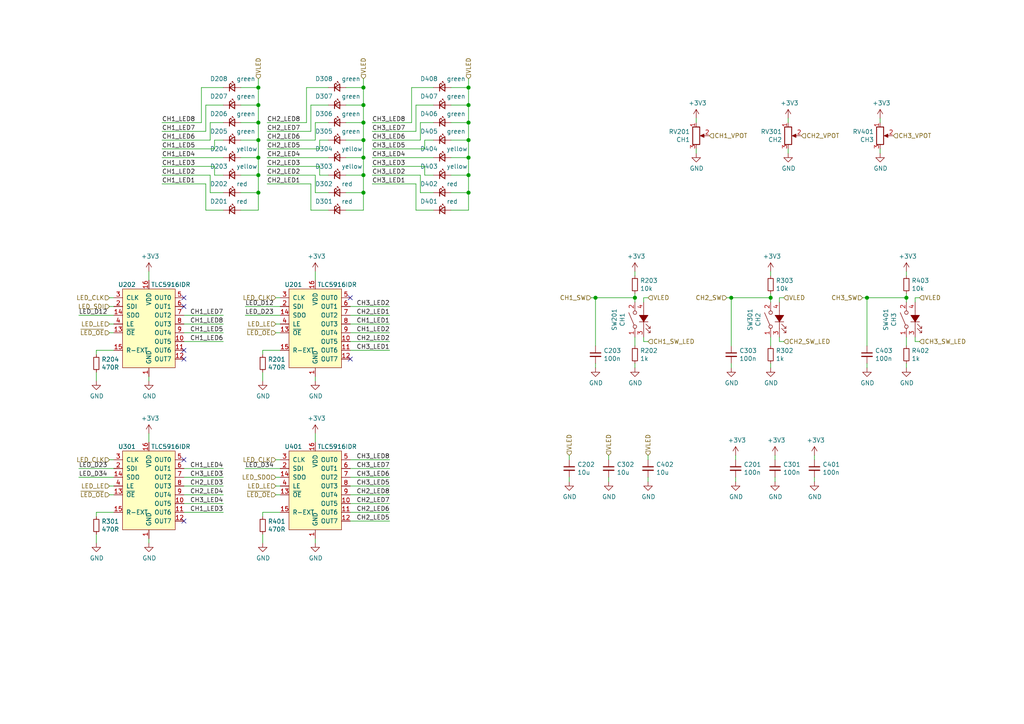
<source format=kicad_sch>
(kicad_sch (version 20211123) (generator eeschema)
  (paper "A4")
  (lib_symbols
    (symbol "Device:C_Small" (pin_numbers hide) (pin_names (offset 0.254) hide)
      (property "Reference" "C" (at 0.254 1.778 0))
      (property "Value" "C_Small" (at 0.254 -2.032 0))
      (symbol "C_Small_0_1"
        (polyline (pts (xy -1.524 -0.508) (xy 1.524 -0.508)) (stroke (width 0.3302)))
        (polyline (pts (xy -1.524 0.508) (xy 1.524 0.508)) (stroke (width 0.3048)))
      )
      (symbol "C_Small_1_1"
        (pin passive line (at 0 2.54 270) (length 2.032) (name "~") (number "1"))
        (pin passive line (at 0 -2.54 90) (length 2.032) (name "~") (number "2"))
      )
    )
    (symbol "Device:LED_Small" (pin_numbers hide) (pin_names (offset 0.254) hide)
      (property "Reference" "D" (at -1.27 3.175 0))
      (property "Value" "LED_Small" (at -4.445 -2.54 0))
      (symbol "LED_Small_0_1"
        (polyline (pts (xy -0.762 -1.016) (xy -0.762 1.016)) (stroke (width 0.254)))
        (polyline (pts (xy 1.016 0) (xy -0.762 0)))
        (polyline (pts (xy 0.762 -1.016) (xy -0.762 0) (xy 0.762 1.016) (xy 0.762 -1.016)) (stroke (width 0.254)))
        (polyline (pts (xy 0 0.762) (xy -0.508 1.27) (xy -0.254 1.27) (xy -0.508 1.27) (xy -0.508 1.016)))
        (polyline (pts (xy 0.508 1.27) (xy 0 1.778) (xy 0.254 1.778) (xy 0 1.778) (xy 0 1.524)))
      )
      (symbol "LED_Small_1_1"
        (pin passive line (at -2.54 0 0) (length 1.778) (name "K") (number "1"))
        (pin passive line (at 2.54 0 180) (length 1.778) (name "A") (number "2"))
      )
    )
    (symbol "Device:R_Potentiometer" (pin_names (offset 1.016) hide)
      (property "Reference" "RV" (at -4.445 0 90))
      (property "Value" "R_Potentiometer" (at -2.54 0 90))
      (symbol "R_Potentiometer_0_1"
        (polyline (pts (xy 2.54 0) (xy 1.524 0)))
        (polyline (pts (xy 1.143 0) (xy 2.286 0.508) (xy 2.286 -0.508) (xy 1.143 0)) (fill (type outline)))
        (rectangle (start 1.016 2.54) (end -1.016 -2.54) (stroke (width 0.254)))
      )
      (symbol "R_Potentiometer_1_1"
        (pin passive line (at 0 3.81 270) (length 1.27) (name "1") (number "1"))
        (pin passive line (at 3.81 0 180) (length 1.27) (name "2") (number "2"))
        (pin passive line (at 0 -3.81 90) (length 1.27) (name "3") (number "3"))
      )
    )
    (symbol "Device:R_Small" (pin_numbers hide) (pin_names (offset 0.254) hide)
      (property "Reference" "R" (at 0.762 0.508 0))
      (property "Value" "R_Small" (at 0.762 -1.016 0))
      (symbol "R_Small_0_1"
        (rectangle (start -0.762 1.778) (end 0.762 -1.778) (stroke (width 0.2032)))
      )
      (symbol "R_Small_1_1"
        (pin passive line (at 0 2.54 270) (length 0.762) (name "~") (number "1"))
        (pin passive line (at 0 -2.54 90) (length 0.762) (name "~") (number "2"))
      )
    )
    (symbol "Switch:SW_SPST_LED" (pin_names (offset 1.016) hide)
      (property "Reference" "SW" (at 0.635 5.715 0))
      (property "Value" "SW_SPST_LED" (at 0 -3.175 0))
      (symbol "SW_SPST_LED_0_0"
        (polyline (pts (xy -3.81 -1.905) (xy -2.54 -0.635)))
        (polyline (pts (xy -2.54 -1.905) (xy -1.27 -0.635)))
        (polyline (pts (xy -2.54 0) (xy 2.54 0)))
        (polyline (pts (xy -0.635 1.27) (xy -0.635 -1.27)))
        (polyline (pts (xy -3.81 -1.27) (xy -3.81 -1.905) (xy -3.175 -1.905)))
        (polyline (pts (xy -2.54 -1.27) (xy -2.54 -1.905) (xy -1.905 -1.905)))
        (polyline (pts (xy -0.635 0) (xy 1.27 1.27) (xy 1.27 -1.27) (xy -0.635 0)) (fill (type outline)))
      )
      (symbol "SW_SPST_LED_0_1"
        (circle (center -2.032 2.54) (radius 0.508))
        (polyline (pts (xy -1.524 2.794) (xy 2.032 4.318)))
        (circle (center 2.032 2.54) (radius 0.508))
        (pin passive line (at -5.08 2.54 0) (length 2.54) (name "1") (number "1"))
        (pin passive line (at 5.08 2.54 180) (length 2.54) (name "2") (number "2"))
        (pin passive line (at -5.08 0 0) (length 2.54) (name "K") (number "3"))
        (pin passive line (at 5.08 0 180) (length 2.54) (name "A") (number "4"))
      )
    )
    (symbol "power:+3.3V" (power) (pin_names (offset 0))
      (property "Value" "+3.3V" (at 0 3.556 0))
      (symbol "+3.3V_0_1"
        (polyline (pts (xy -0.762 1.27) (xy 0 2.54)))
        (polyline (pts (xy 0 0) (xy 0 2.54)))
        (polyline (pts (xy 0 2.54) (xy 0.762 1.27)))
      )
      (symbol "+3.3V_1_1"
        (pin power_in line (at 0 0 90) (length 0) hide (name "+3V3") (number "1"))
      )
    )
    (symbol "power:GND" (power) (pin_names (offset 0))
      (property "Value" "GND" (at 0 -3.81 0))
      (symbol "GND_0_1"
        (polyline (pts (xy 0 0) (xy 0 -1.27) (xy 1.27 -1.27) (xy 0 -2.54) (xy -1.27 -1.27) (xy 0 -1.27)))
      )
      (symbol "GND_1_1"
        (pin power_in line (at 0 0 270) (length 0) hide (name "GND") (number "1"))
      )
    )
    (symbol "twam-LED:TLC591x" (pin_names (offset 1.016))
      (property "Reference" "U" (at -12.7 127 0))
      (property "Value" "TLC591x" (at -12.7 128.27 0))
      (symbol "TLC591x_0_1"
        (rectangle (start 7.62 11.43) (end -7.62 -11.43) (fill (type background)))
      )
      (symbol "TLC591x_1_1"
        (pin power_in line (at 0 -13.97 90) (length 2.54) (name "GND") (number "1"))
        (pin power_out line (at 10.16 -3.81 180) (length 2.54) (name "OUT5") (number "10"))
        (pin power_out line (at 10.16 -6.35 180) (length 2.54) (name "OUT6") (number "11"))
        (pin power_out line (at 10.16 -8.89 180) (length 2.54) (name "OUT7") (number "12"))
        (pin input line (at -10.16 -1.27 0) (length 2.54) (name "~{OE}") (number "13"))
        (pin output line (at -10.16 3.81 0) (length 2.54) (name "SDO") (number "14"))
        (pin input line (at -10.16 -6.35 0) (length 2.54) (name "R-EXT") (number "15"))
        (pin power_in line (at 0 13.97 270) (length 2.54) (name "VDD") (number "16"))
        (pin input line (at -10.16 6.35 0) (length 2.54) (name "SDI") (number "2"))
        (pin input line (at -10.16 8.89 0) (length 2.54) (name "CLK") (number "3"))
        (pin input line (at -10.16 1.27 0) (length 2.54) (name "LE") (number "4"))
        (pin power_out line (at 10.16 8.89 180) (length 2.54) (name "OUT0") (number "5"))
        (pin power_out line (at 10.16 6.35 180) (length 2.54) (name "OUT1") (number "6"))
        (pin power_out line (at 10.16 3.81 180) (length 2.54) (name "OUT2") (number "7"))
        (pin power_out line (at 10.16 1.27 180) (length 2.54) (name "OUT3") (number "8"))
        (pin power_out line (at 10.16 -1.27 180) (length 2.54) (name "OUT4") (number "9"))
      )
    )
  )
  (junction (at 105.41 25.4) (diameter 1.016))
  (junction (at 105.41 35.56) (diameter 1.016))
  (junction (at 135.89 40.64) (diameter 1.016))
  (junction (at 135.89 50.8) (diameter 1.016))
  (junction (at 184.15 86.36) (diameter 1.016))
  (junction (at 74.93 55.88) (diameter 1.016))
  (junction (at 74.93 25.4) (diameter 1.016))
  (junction (at 74.93 40.64) (diameter 1.016))
  (junction (at 135.89 25.4) (diameter 1.016))
  (junction (at 251.46 86.36) (diameter 1.016))
  (junction (at 105.41 55.88) (diameter 1.016))
  (junction (at 172.72 86.36) (diameter 1.016))
  (junction (at 74.93 45.72) (diameter 1.016))
  (junction (at 135.89 45.72) (diameter 1.016))
  (junction (at 135.89 55.88) (diameter 1.016))
  (junction (at 105.41 40.64) (diameter 1.016))
  (junction (at 74.93 50.8) (diameter 1.016))
  (junction (at 74.93 35.56) (diameter 1.016))
  (junction (at 135.89 30.48) (diameter 1.016))
  (junction (at 212.09 86.36) (diameter 1.016))
  (junction (at 105.41 30.48) (diameter 1.016))
  (junction (at 135.89 35.56) (diameter 1.016))
  (junction (at 105.41 45.72) (diameter 1.016))
  (junction (at 223.52 86.36) (diameter 1.016))
  (junction (at 262.89 86.36) (diameter 1.016))
  (junction (at 74.93 30.48) (diameter 1.016))
  (junction (at 105.41 50.8) (diameter 1.016))
  (no_connect (at 53.34 133.35))
  (no_connect (at 53.34 86.36))
  (no_connect (at 101.6 104.14))
  (no_connect (at 101.6 86.36))
  (no_connect (at 53.34 88.9))
  (no_connect (at 53.34 104.14))
  (no_connect (at 53.34 151.13))
  (no_connect (at 53.34 101.6))
  (wire (pts (xy 201.93 34.29) (xy 201.93 35.56)))
  (wire (pts (xy 31.75 133.35) (xy 33.02 133.35)))
  (wire (pts (xy 213.36 132.08) (xy 213.36 133.35)))
  (wire (pts (xy 46.99 50.8) (xy 60.96 50.8)))
  (wire (pts (xy 90.17 30.48) (xy 90.17 38.1)))
  (wire (pts (xy 59.69 30.48) (xy 59.69 38.1)))
  (wire (pts (xy 105.41 50.8) (xy 105.41 45.72)))
  (wire (pts (xy 107.95 48.26) (xy 123.19 48.26)))
  (wire (pts (xy 135.89 50.8) (xy 135.89 45.72)))
  (wire (pts (xy 62.23 50.8) (xy 62.23 48.26)))
  (wire (pts (xy 100.33 50.8) (xy 105.41 50.8)))
  (wire (pts (xy 105.41 22.86) (xy 105.41 25.4)))
  (wire (pts (xy 31.75 96.52) (xy 33.02 96.52)))
  (wire (pts (xy 91.44 81.28) (xy 91.44 78.74)))
  (wire (pts (xy 125.73 40.64) (xy 123.19 40.64)))
  (wire (pts (xy 213.36 139.7) (xy 213.36 138.43)))
  (wire (pts (xy 46.99 40.64) (xy 60.96 40.64)))
  (wire (pts (xy 125.73 60.96) (xy 120.65 60.96)))
  (wire (pts (xy 105.41 60.96) (xy 105.41 55.88)))
  (wire (pts (xy 113.03 99.06) (xy 101.6 99.06)))
  (wire (pts (xy 135.89 40.64) (xy 135.89 35.56)))
  (wire (pts (xy 53.34 93.98) (xy 64.77 93.98)))
  (wire (pts (xy 64.77 35.56) (xy 60.96 35.56)))
  (wire (pts (xy 95.25 30.48) (xy 90.17 30.48)))
  (wire (pts (xy 76.2 148.59) (xy 81.28 148.59)))
  (wire (pts (xy 69.85 30.48) (xy 74.93 30.48)))
  (wire (pts (xy 92.71 50.8) (xy 92.71 48.26)))
  (wire (pts (xy 165.1 132.08) (xy 165.1 133.35)))
  (wire (pts (xy 22.86 91.44) (xy 33.02 91.44)))
  (wire (pts (xy 107.95 53.34) (xy 120.65 53.34)))
  (wire (pts (xy 64.77 143.51) (xy 53.34 143.51)))
  (wire (pts (xy 27.94 101.6) (xy 33.02 101.6)))
  (wire (pts (xy 71.12 91.44) (xy 81.28 91.44)))
  (wire (pts (xy 135.89 35.56) (xy 135.89 30.48)))
  (wire (pts (xy 255.27 43.18) (xy 255.27 44.45)))
  (wire (pts (xy 90.17 60.96) (xy 90.17 53.34)))
  (wire (pts (xy 184.15 78.74) (xy 184.15 80.01)))
  (wire (pts (xy 69.85 45.72) (xy 74.93 45.72)))
  (wire (pts (xy 130.81 30.48) (xy 135.89 30.48)))
  (wire (pts (xy 186.69 97.79) (xy 186.69 99.06)))
  (wire (pts (xy 74.93 50.8) (xy 74.93 45.72)))
  (wire (pts (xy 88.9 25.4) (xy 88.9 35.56)))
  (wire (pts (xy 100.33 55.88) (xy 105.41 55.88)))
  (wire (pts (xy 43.18 110.49) (xy 43.18 109.22)))
  (wire (pts (xy 223.52 106.68) (xy 223.52 105.41)))
  (wire (pts (xy 80.01 86.36) (xy 81.28 86.36)))
  (wire (pts (xy 224.79 139.7) (xy 224.79 138.43)))
  (wire (pts (xy 262.89 86.36) (xy 251.46 86.36)))
  (wire (pts (xy 135.89 30.48) (xy 135.89 25.4)))
  (wire (pts (xy 187.96 139.7) (xy 187.96 138.43)))
  (wire (pts (xy 125.73 30.48) (xy 120.65 30.48)))
  (wire (pts (xy 80.01 133.35) (xy 81.28 133.35)))
  (wire (pts (xy 262.89 86.36) (xy 262.89 87.63)))
  (wire (pts (xy 113.03 148.59) (xy 101.6 148.59)))
  (wire (pts (xy 43.18 128.27) (xy 43.18 125.73)))
  (wire (pts (xy 135.89 45.72) (xy 135.89 40.64)))
  (wire (pts (xy 262.89 78.74) (xy 262.89 80.01)))
  (wire (pts (xy 59.69 60.96) (xy 59.69 53.34)))
  (wire (pts (xy 113.03 135.89) (xy 101.6 135.89)))
  (wire (pts (xy 64.77 138.43) (xy 53.34 138.43)))
  (wire (pts (xy 22.86 135.89) (xy 33.02 135.89)))
  (wire (pts (xy 135.89 60.96) (xy 135.89 55.88)))
  (wire (pts (xy 46.99 38.1) (xy 59.69 38.1)))
  (wire (pts (xy 120.65 30.48) (xy 120.65 38.1)))
  (wire (pts (xy 226.06 86.36) (xy 227.33 86.36)))
  (wire (pts (xy 64.77 40.64) (xy 62.23 40.64)))
  (wire (pts (xy 121.92 35.56) (xy 121.92 40.64)))
  (wire (pts (xy 105.41 30.48) (xy 105.41 25.4)))
  (wire (pts (xy 262.89 106.68) (xy 262.89 105.41)))
  (wire (pts (xy 62.23 40.64) (xy 62.23 43.18)))
  (wire (pts (xy 113.03 138.43) (xy 101.6 138.43)))
  (wire (pts (xy 80.01 138.43) (xy 81.28 138.43)))
  (wire (pts (xy 130.81 50.8) (xy 135.89 50.8)))
  (wire (pts (xy 69.85 60.96) (xy 74.93 60.96)))
  (wire (pts (xy 186.69 99.06) (xy 187.96 99.06)))
  (wire (pts (xy 91.44 110.49) (xy 91.44 109.22)))
  (wire (pts (xy 130.81 40.64) (xy 135.89 40.64)))
  (wire (pts (xy 262.89 85.09) (xy 262.89 86.36)))
  (wire (pts (xy 22.86 138.43) (xy 33.02 138.43)))
  (wire (pts (xy 223.52 85.09) (xy 223.52 86.36)))
  (wire (pts (xy 77.47 50.8) (xy 91.44 50.8)))
  (wire (pts (xy 176.53 139.7) (xy 176.53 138.43)))
  (wire (pts (xy 74.93 45.72) (xy 74.93 40.64)))
  (wire (pts (xy 125.73 35.56) (xy 121.92 35.56)))
  (wire (pts (xy 107.95 35.56) (xy 119.38 35.56)))
  (wire (pts (xy 76.2 149.86) (xy 76.2 148.59)))
  (wire (pts (xy 80.01 93.98) (xy 81.28 93.98)))
  (wire (pts (xy 113.03 93.98) (xy 101.6 93.98)))
  (wire (pts (xy 91.44 157.48) (xy 91.44 156.21)))
  (wire (pts (xy 71.12 88.9) (xy 81.28 88.9)))
  (wire (pts (xy 236.22 132.08) (xy 236.22 133.35)))
  (wire (pts (xy 64.77 140.97) (xy 53.34 140.97)))
  (wire (pts (xy 69.85 35.56) (xy 74.93 35.56)))
  (wire (pts (xy 125.73 25.4) (xy 119.38 25.4)))
  (wire (pts (xy 77.47 40.64) (xy 91.44 40.64)))
  (wire (pts (xy 95.25 50.8) (xy 92.71 50.8)))
  (wire (pts (xy 184.15 100.33) (xy 184.15 97.79)))
  (wire (pts (xy 130.81 35.56) (xy 135.89 35.56)))
  (wire (pts (xy 262.89 100.33) (xy 262.89 97.79)))
  (wire (pts (xy 105.41 35.56) (xy 105.41 30.48)))
  (wire (pts (xy 125.73 50.8) (xy 123.19 50.8)))
  (wire (pts (xy 201.93 43.18) (xy 201.93 44.45)))
  (wire (pts (xy 95.25 25.4) (xy 88.9 25.4)))
  (wire (pts (xy 46.99 35.56) (xy 58.42 35.56)))
  (wire (pts (xy 58.42 25.4) (xy 58.42 35.56)))
  (wire (pts (xy 172.72 100.33) (xy 172.72 86.36)))
  (wire (pts (xy 95.25 35.56) (xy 91.44 35.56)))
  (wire (pts (xy 105.41 40.64) (xy 105.41 35.56)))
  (wire (pts (xy 95.25 60.96) (xy 90.17 60.96)))
  (wire (pts (xy 43.18 157.48) (xy 43.18 156.21)))
  (wire (pts (xy 135.89 55.88) (xy 135.89 50.8)))
  (wire (pts (xy 92.71 40.64) (xy 92.71 43.18)))
  (wire (pts (xy 31.75 140.97) (xy 33.02 140.97)))
  (wire (pts (xy 107.95 40.64) (xy 121.92 40.64)))
  (wire (pts (xy 100.33 60.96) (xy 105.41 60.96)))
  (wire (pts (xy 223.52 86.36) (xy 212.09 86.36)))
  (wire (pts (xy 130.81 55.88) (xy 135.89 55.88)))
  (wire (pts (xy 60.96 35.56) (xy 60.96 40.64)))
  (wire (pts (xy 226.06 97.79) (xy 226.06 99.06)))
  (wire (pts (xy 100.33 35.56) (xy 105.41 35.56)))
  (wire (pts (xy 77.47 45.72) (xy 95.25 45.72)))
  (wire (pts (xy 187.96 132.08) (xy 187.96 133.35)))
  (wire (pts (xy 76.2 102.87) (xy 76.2 101.6)))
  (wire (pts (xy 95.25 40.64) (xy 92.71 40.64)))
  (wire (pts (xy 100.33 30.48) (xy 105.41 30.48)))
  (wire (pts (xy 135.89 25.4) (xy 130.81 25.4)))
  (wire (pts (xy 212.09 105.41) (xy 212.09 106.68)))
  (wire (pts (xy 107.95 45.72) (xy 125.73 45.72)))
  (wire (pts (xy 265.43 86.36) (xy 266.7 86.36)))
  (wire (pts (xy 27.94 148.59) (xy 33.02 148.59)))
  (wire (pts (xy 77.47 48.26) (xy 92.71 48.26)))
  (wire (pts (xy 255.27 34.29) (xy 255.27 35.56)))
  (wire (pts (xy 265.43 99.06) (xy 266.7 99.06)))
  (wire (pts (xy 105.41 25.4) (xy 100.33 25.4)))
  (wire (pts (xy 80.01 143.51) (xy 81.28 143.51)))
  (wire (pts (xy 226.06 99.06) (xy 227.33 99.06)))
  (wire (pts (xy 64.77 50.8) (xy 62.23 50.8)))
  (wire (pts (xy 27.94 154.94) (xy 27.94 157.48)))
  (wire (pts (xy 46.99 48.26) (xy 62.23 48.26)))
  (wire (pts (xy 113.03 88.9) (xy 101.6 88.9)))
  (wire (pts (xy 224.79 132.08) (xy 224.79 133.35)))
  (wire (pts (xy 64.77 135.89) (xy 53.34 135.89)))
  (wire (pts (xy 31.75 86.36) (xy 33.02 86.36)))
  (wire (pts (xy 64.77 99.06) (xy 53.34 99.06)))
  (wire (pts (xy 186.69 86.36) (xy 187.96 86.36)))
  (wire (pts (xy 74.93 25.4) (xy 69.85 25.4)))
  (wire (pts (xy 113.03 101.6) (xy 101.6 101.6)))
  (wire (pts (xy 31.75 143.51) (xy 33.02 143.51)))
  (wire (pts (xy 265.43 97.79) (xy 265.43 99.06)))
  (wire (pts (xy 100.33 40.64) (xy 105.41 40.64)))
  (wire (pts (xy 80.01 96.52) (xy 81.28 96.52)))
  (wire (pts (xy 135.89 22.86) (xy 135.89 25.4)))
  (wire (pts (xy 74.93 40.64) (xy 74.93 35.56)))
  (wire (pts (xy 46.99 45.72) (xy 64.77 45.72)))
  (wire (pts (xy 64.77 146.05) (xy 53.34 146.05)))
  (wire (pts (xy 184.15 86.36) (xy 172.72 86.36)))
  (wire (pts (xy 125.73 55.88) (xy 121.92 55.88)))
  (wire (pts (xy 69.85 55.88) (xy 74.93 55.88)))
  (wire (pts (xy 120.65 60.96) (xy 120.65 53.34)))
  (wire (pts (xy 91.44 35.56) (xy 91.44 40.64)))
  (wire (pts (xy 27.94 107.95) (xy 27.94 110.49)))
  (wire (pts (xy 223.52 100.33) (xy 223.52 97.79)))
  (wire (pts (xy 107.95 43.18) (xy 123.19 43.18)))
  (wire (pts (xy 77.47 35.56) (xy 88.9 35.56)))
  (wire (pts (xy 74.93 35.56) (xy 74.93 30.48)))
  (wire (pts (xy 212.09 100.33) (xy 212.09 86.36)))
  (wire (pts (xy 251.46 105.41) (xy 251.46 106.68)))
  (wire (pts (xy 113.03 133.35) (xy 101.6 133.35)))
  (wire (pts (xy 76.2 154.94) (xy 76.2 157.48)))
  (wire (pts (xy 105.41 45.72) (xy 105.41 40.64)))
  (wire (pts (xy 172.72 105.41) (xy 172.72 106.68)))
  (wire (pts (xy 251.46 100.33) (xy 251.46 86.36)))
  (wire (pts (xy 119.38 25.4) (xy 119.38 35.56)))
  (wire (pts (xy 113.03 151.13) (xy 101.6 151.13)))
  (wire (pts (xy 100.33 45.72) (xy 105.41 45.72)))
  (wire (pts (xy 74.93 30.48) (xy 74.93 25.4)))
  (wire (pts (xy 184.15 86.36) (xy 184.15 87.63)))
  (wire (pts (xy 226.06 87.63) (xy 226.06 86.36)))
  (wire (pts (xy 113.03 96.52) (xy 101.6 96.52)))
  (wire (pts (xy 74.93 60.96) (xy 74.93 55.88)))
  (wire (pts (xy 113.03 143.51) (xy 101.6 143.51)))
  (wire (pts (xy 76.2 107.95) (xy 76.2 110.49)))
  (wire (pts (xy 80.01 140.97) (xy 81.28 140.97)))
  (wire (pts (xy 77.47 43.18) (xy 92.71 43.18)))
  (wire (pts (xy 123.19 40.64) (xy 123.19 43.18)))
  (wire (pts (xy 265.43 87.63) (xy 265.43 86.36)))
  (wire (pts (xy 91.44 128.27) (xy 91.44 125.73)))
  (wire (pts (xy 184.15 106.68) (xy 184.15 105.41)))
  (wire (pts (xy 74.93 55.88) (xy 74.93 50.8)))
  (wire (pts (xy 176.53 132.08) (xy 176.53 133.35)))
  (wire (pts (xy 223.52 78.74) (xy 223.52 80.01)))
  (wire (pts (xy 69.85 40.64) (xy 74.93 40.64)))
  (wire (pts (xy 212.09 86.36) (xy 210.82 86.36)))
  (wire (pts (xy 46.99 53.34) (xy 59.69 53.34)))
  (wire (pts (xy 251.46 86.36) (xy 250.19 86.36)))
  (wire (pts (xy 228.6 34.29) (xy 228.6 35.56)))
  (wire (pts (xy 95.25 55.88) (xy 91.44 55.88)))
  (wire (pts (xy 113.03 146.05) (xy 101.6 146.05)))
  (wire (pts (xy 123.19 50.8) (xy 123.19 48.26)))
  (wire (pts (xy 107.95 38.1) (xy 120.65 38.1)))
  (wire (pts (xy 77.47 53.34) (xy 90.17 53.34)))
  (wire (pts (xy 107.95 50.8) (xy 121.92 50.8)))
  (wire (pts (xy 165.1 139.7) (xy 165.1 138.43)))
  (wire (pts (xy 172.72 86.36) (xy 171.45 86.36)))
  (wire (pts (xy 121.92 55.88) (xy 121.92 50.8)))
  (wire (pts (xy 77.47 38.1) (xy 90.17 38.1)))
  (wire (pts (xy 113.03 91.44) (xy 101.6 91.44)))
  (wire (pts (xy 76.2 101.6) (xy 81.28 101.6)))
  (wire (pts (xy 64.77 55.88) (xy 60.96 55.88)))
  (wire (pts (xy 64.77 30.48) (xy 59.69 30.48)))
  (wire (pts (xy 46.99 43.18) (xy 62.23 43.18)))
  (wire (pts (xy 236.22 139.7) (xy 236.22 138.43)))
  (wire (pts (xy 223.52 86.36) (xy 223.52 87.63)))
  (wire (pts (xy 113.03 140.97) (xy 101.6 140.97)))
  (wire (pts (xy 31.75 88.9) (xy 33.02 88.9)))
  (wire (pts (xy 69.85 50.8) (xy 74.93 50.8)))
  (wire (pts (xy 71.12 135.89) (xy 81.28 135.89)))
  (wire (pts (xy 64.77 148.59) (xy 53.34 148.59)))
  (wire (pts (xy 60.96 55.88) (xy 60.96 50.8)))
  (wire (pts (xy 184.15 85.09) (xy 184.15 86.36)))
  (wire (pts (xy 27.94 102.87) (xy 27.94 101.6)))
  (wire (pts (xy 74.93 22.86) (xy 74.93 25.4)))
  (wire (pts (xy 27.94 149.86) (xy 27.94 148.59)))
  (wire (pts (xy 91.44 55.88) (xy 91.44 50.8)))
  (wire (pts (xy 64.77 91.44) (xy 53.34 91.44)))
  (wire (pts (xy 228.6 43.18) (xy 228.6 44.45)))
  (wire (pts (xy 130.81 45.72) (xy 135.89 45.72)))
  (wire (pts (xy 64.77 60.96) (xy 59.69 60.96)))
  (wire (pts (xy 64.77 25.4) (xy 58.42 25.4)))
  (wire (pts (xy 186.69 87.63) (xy 186.69 86.36)))
  (wire (pts (xy 130.81 60.96) (xy 135.89 60.96)))
  (wire (pts (xy 31.75 93.98) (xy 33.02 93.98)))
  (wire (pts (xy 64.77 96.52) (xy 53.34 96.52)))
  (wire (pts (xy 43.18 81.28) (xy 43.18 78.74)))
  (wire (pts (xy 105.41 55.88) (xy 105.41 50.8)))
  (label "CH1_LED4" (at 64.77 135.89 180))
  (label "CH3_LED6" (at 113.03 138.43 180))
  (label "CH2_LED5" (at 77.47 43.18 0))
  (label "CH2_LED5" (at 113.03 151.13 180))
  (label "CH2_LED1" (at 113.03 91.44 180))
  (label "CH1_LED2" (at 113.03 96.52 180))
  (label "CH3_LED8" (at 107.95 35.56 0))
  (label "CH2_LED4" (at 77.47 45.72 0))
  (label "LED_D23" (at 71.12 91.44 0))
  (label "CH1_LED8" (at 64.77 93.98 180))
  (label "CH3_LED2" (at 113.03 88.9 180))
  (label "CH3_LED8" (at 113.03 133.35 180))
  (label "CH1_LED3" (at 46.99 48.26 0))
  (label "LED_D12" (at 22.86 91.44 0))
  (label "CH2_LED7" (at 77.47 38.1 0))
  (label "CH1_LED6" (at 46.99 40.64 0))
  (label "CH3_LED2" (at 107.95 50.8 0))
  (label "CH2_LED6" (at 77.47 40.64 0))
  (label "CH1_LED1" (at 46.99 53.34 0))
  (label "CH1_LED7" (at 46.99 38.1 0))
  (label "CH1_LED2" (at 46.99 50.8 0))
  (label "CH2_LED8" (at 113.03 143.51 180))
  (label "CH3_LED5" (at 107.95 43.18 0))
  (label "CH1_LED4" (at 46.99 45.72 0))
  (label "CH2_LED1" (at 77.47 53.34 0))
  (label "CH2_LED4" (at 64.77 143.51 180))
  (label "CH1_LED5" (at 64.77 96.52 180))
  (label "CH3_LED7" (at 113.03 135.89 180))
  (label "CH3_LED6" (at 107.95 40.64 0))
  (label "LED_D34" (at 71.12 135.89 0))
  (label "CH2_LED2" (at 113.03 99.06 180))
  (label "CH1_LED3" (at 64.77 148.59 180))
  (label "CH1_LED6" (at 64.77 99.06 180))
  (label "CH2_LED2" (at 77.47 50.8 0))
  (label "CH2_LED6" (at 113.03 148.59 180))
  (label "CH3_LED3" (at 107.95 48.26 0))
  (label "CH3_LED1" (at 113.03 101.6 180))
  (label "CH2_LED3" (at 64.77 140.97 180))
  (label "CH3_LED4" (at 64.77 146.05 180))
  (label "CH3_LED3" (at 64.77 138.43 180))
  (label "CH2_LED8" (at 77.47 35.56 0))
  (label "CH3_LED7" (at 107.95 38.1 0))
  (label "CH1_LED1" (at 113.03 93.98 180))
  (label "CH3_LED1" (at 107.95 53.34 0))
  (label "CH1_LED7" (at 64.77 91.44 180))
  (label "LED_D12" (at 71.12 88.9 0))
  (label "LED_D34" (at 22.86 138.43 0))
  (label "CH1_LED5" (at 46.99 43.18 0))
  (label "LED_D23" (at 22.86 135.89 0))
  (label "CH3_LED4" (at 107.95 45.72 0))
  (label "CH3_LED5" (at 113.03 140.97 180))
  (label "CH2_LED3" (at 77.47 48.26 0))
  (label "CH1_LED8" (at 46.99 35.56 0))
  (label "CH2_LED7" (at 113.03 146.05 180))
  (hierarchical_label "LED_SDO" (shape input) (at 80.01 138.43 180))
  (hierarchical_label "CH2_VPOT" (shape input) (at 232.41 39.37 0))
  (hierarchical_label "CH3_SW_LED" (shape input) (at 266.7 99.06 0))
  (hierarchical_label "LED_LE" (shape input) (at 80.01 93.98 180))
  (hierarchical_label "VLED" (shape input) (at 187.96 132.08 90))
  (hierarchical_label "VLED" (shape input) (at 266.7 86.36 0))
  (hierarchical_label "CH3_VPOT" (shape input) (at 259.08 39.37 0))
  (hierarchical_label "LED_CLK" (shape input) (at 31.75 133.35 180))
  (hierarchical_label "~{LED_OE}" (shape input) (at 31.75 143.51 180))
  (hierarchical_label "~{LED_OE}" (shape input) (at 31.75 96.52 180))
  (hierarchical_label "LED_LE" (shape input) (at 31.75 140.97 180))
  (hierarchical_label "VLED" (shape input) (at 165.1 132.08 90))
  (hierarchical_label "VLED" (shape input) (at 74.93 22.86 90))
  (hierarchical_label "~{LED_OE}" (shape input) (at 80.01 143.51 180))
  (hierarchical_label "VLED" (shape input) (at 105.41 22.86 90))
  (hierarchical_label "CH3_SW" (shape input) (at 250.19 86.36 180))
  (hierarchical_label "CH2_SW_LED" (shape input) (at 227.33 99.06 0))
  (hierarchical_label "~{LED_OE}" (shape input) (at 80.01 96.52 180))
  (hierarchical_label "LED_CLK" (shape input) (at 80.01 86.36 180))
  (hierarchical_label "LED_LE" (shape input) (at 80.01 140.97 180))
  (hierarchical_label "CH2_SW" (shape input) (at 210.82 86.36 180))
  (hierarchical_label "LED_CLK" (shape input) (at 80.01 133.35 180))
  (hierarchical_label "VLED" (shape input) (at 176.53 132.08 90))
  (hierarchical_label "LED_SDI" (shape input) (at 31.75 88.9 180))
  (hierarchical_label "VLED" (shape input) (at 135.89 22.86 90))
  (hierarchical_label "VLED" (shape input) (at 227.33 86.36 0))
  (hierarchical_label "VLED" (shape input) (at 187.96 86.36 0))
  (hierarchical_label "CH1_VPOT" (shape input) (at 205.74 39.37 0))
  (hierarchical_label "LED_CLK" (shape input) (at 31.75 86.36 180))
  (hierarchical_label "CH1_SW" (shape input) (at 171.45 86.36 180))
  (hierarchical_label "LED_LE" (shape input) (at 31.75 93.98 180))
  (hierarchical_label "CH1_SW_LED" (shape input) (at 187.96 99.06 0))
  (symbol (lib_id "Device:LED_Small") (at 128.27 45.72 0) (unit 1)
    (property "Reference" "D404" (at 127 43.18 0) (effects (justify right)))
    (property "Value" "yellow" (at 129.54 43.18 0) (effects (justify left)))
    (property "Footprint" "LED_SMD:LED_0805_2012Metric" (effects hide))
    (property "LCSC" "C2296" (effects hide))
  )
  (symbol (lib_id "Device:LED_Small") (at 128.27 25.4 0) (unit 1)
    (property "Reference" "D408" (at 127 22.86 0) (effects (justify right)))
    (property "Value" "green" (at 129.54 22.86 0) (effects (justify left)))
    (property "Footprint" "LED_SMD:LED_0805_2012Metric" (effects hide))
    (property "LCSC" "C2297" (effects hide))
  )
  (symbol (lib_id "Device:LED_Small") (at 128.27 30.48 0) (unit 1)
    (property "Reference" "D407" (at 127 27.94 0) (effects (justify right)))
    (property "Value" "green" (at 129.54 27.94 0) (effects (justify left)))
    (property "Footprint" "LED_SMD:LED_0805_2012Metric" (effects hide))
    (property "LCSC" "C2297" (effects hide))
  )
  (symbol (lib_id "Device:LED_Small") (at 128.27 35.56 0) (unit 1)
    (property "Reference" "D406" (at 127 33.02 0) (effects (justify right)))
    (property "Value" "green" (at 129.54 33.02 0) (effects (justify left)))
    (property "Footprint" "LED_SMD:LED_0805_2012Metric" (effects hide))
    (property "LCSC" "C2297" (effects hide))
  )
  (symbol (lib_id "Device:R_Potentiometer") (at 255.27 39.37 0) (unit 1)
    (property "Reference" "RV401" (at 253.492 38.2016 0) (effects (justify right)))
    (property "Value" "CH3" (at 253.492 40.513 0) (effects (justify right)))
    (property "Footprint" "twam-Misc:RK09D1130-F25" (effects hide))
  )
  (symbol (lib_id "power:+3.3V") (at 91.44 125.73 0) (unit 1)
    (property "Reference" "#PWR0115" (effects hide))
    (property "Value" "+3.3V" (at 91.821 121.3358 0))
  )
  (symbol (lib_id "power:+3.3V") (at 255.27 34.29 0) (unit 1)
    (property "Reference" "#PWR0174" (effects hide))
    (property "Value" "+3.3V" (at 255.651 29.8958 0))
  )
  (symbol (lib_id "power:GND") (at 255.27 44.45 0) (unit 1)
    (property "Reference" "#PWR0175" (effects hide))
    (property "Value" "GND" (at 255.397 48.8442 0))
  )
  (symbol (lib_id "power:GND") (at 76.2 157.48 0) (unit 1)
    (property "Reference" "#PWR0180" (effects hide))
    (property "Value" "GND" (at 76.327 161.8742 0))
  )
  (symbol (lib_id "Device:R_Small") (at 76.2 152.4 0) (unit 1)
    (property "Reference" "R401" (at 77.6986 151.2316 0) (effects (justify left)))
    (property "Value" "470R" (at 77.6986 153.543 0) (effects (justify left)))
    (property "Footprint" "Resistor_SMD:R_0603_1608Metric" (effects hide))
    (property "LCSC" "C23179" (effects hide))
  )
  (symbol (lib_id "Device:LED_Small") (at 128.27 40.64 0) (unit 1)
    (property "Reference" "D405" (at 127 38.1 0) (effects (justify right)))
    (property "Value" "green" (at 129.54 38.1 0) (effects (justify left)))
    (property "Footprint" "LED_SMD:LED_0805_2012Metric" (effects hide))
    (property "LCSC" "C2297" (effects hide))
  )
  (symbol (lib_id "Device:LED_Small") (at 128.27 50.8 0) (unit 1)
    (property "Reference" "D403" (at 127 48.26 0) (effects (justify right)))
    (property "Value" "yellow" (at 129.54 48.26 0) (effects (justify left)))
    (property "Footprint" "LED_SMD:LED_0805_2012Metric" (effects hide))
    (property "LCSC" "C2296" (effects hide))
  )
  (symbol (lib_id "power:GND") (at 91.44 157.48 0) (unit 1)
    (property "Reference" "#PWR0183" (effects hide))
    (property "Value" "GND" (at 91.567 161.8742 0))
  )
  (symbol (lib_id "Device:LED_Small") (at 128.27 55.88 0) (unit 1)
    (property "Reference" "D402" (at 127 53.34 0) (effects (justify right)))
    (property "Value" "red" (at 129.54 53.34 0) (effects (justify left)))
    (property "Footprint" "LED_SMD:LED_0805_2012Metric" (effects hide))
    (property "LCSC" "C84256" (effects hide))
  )
  (symbol (lib_id "twam-LED:TLC591x") (at 91.44 142.24 0) (unit 1)
    (property "Reference" "U401" (at 85.09 129.54 0))
    (property "Value" "TLC5916IDR" (at 97.79 129.54 0))
    (property "Footprint" "Package_SO:SOIC-16_3.9x9.9mm_P1.27mm" (effects hide))
    (property "LCSC" "C90107" (effects hide))
  )
  (symbol (lib_id "Device:LED_Small") (at 128.27 60.96 0) (unit 1)
    (property "Reference" "D401" (at 127 58.42 0) (effects (justify right)))
    (property "Value" "red" (at 129.54 58.42 0) (effects (justify left)))
    (property "Footprint" "LED_SMD:LED_0805_2012Metric" (effects hide))
    (property "LCSC" "C84256" (effects hide))
  )
  (symbol (lib_id "Device:LED_Small") (at 97.79 45.72 0) (unit 1)
    (property "Reference" "D304" (at 96.52 43.18 0) (effects (justify right)))
    (property "Value" "yellow" (at 99.06 43.18 0) (effects (justify left)))
    (property "Footprint" "LED_SMD:LED_0805_2012Metric" (effects hide))
    (property "LCSC" "C2296" (effects hide))
  )
  (symbol (lib_id "Device:LED_Small") (at 97.79 25.4 0) (unit 1)
    (property "Reference" "D308" (at 96.52 22.86 0) (effects (justify right)))
    (property "Value" "green" (at 99.06 22.86 0) (effects (justify left)))
    (property "Footprint" "LED_SMD:LED_0805_2012Metric" (effects hide))
    (property "LCSC" "C2297" (effects hide))
  )
  (symbol (lib_id "Device:LED_Small") (at 97.79 30.48 0) (unit 1)
    (property "Reference" "D307" (at 96.52 27.94 0) (effects (justify right)))
    (property "Value" "green" (at 99.06 27.94 0) (effects (justify left)))
    (property "Footprint" "LED_SMD:LED_0805_2012Metric" (effects hide))
    (property "LCSC" "C2297" (effects hide))
  )
  (symbol (lib_id "Device:LED_Small") (at 97.79 35.56 0) (unit 1)
    (property "Reference" "D306" (at 96.52 33.02 0) (effects (justify right)))
    (property "Value" "green" (at 99.06 33.02 0) (effects (justify left)))
    (property "Footprint" "LED_SMD:LED_0805_2012Metric" (effects hide))
    (property "LCSC" "C2297" (effects hide))
  )
  (symbol (lib_id "Device:R_Potentiometer") (at 228.6 39.37 0) (unit 1)
    (property "Reference" "RV301" (at 226.822 38.2016 0) (effects (justify right)))
    (property "Value" "CH2" (at 226.822 40.513 0) (effects (justify right)))
    (property "Footprint" "twam-Misc:RK09D1130-F25" (effects hide))
  )
  (symbol (lib_id "power:+3.3V") (at 43.18 125.73 0) (unit 1)
    (property "Reference" "#PWR0185" (effects hide))
    (property "Value" "+3.3V" (at 43.561 121.3358 0))
  )
  (symbol (lib_id "power:+3.3V") (at 213.36 132.08 0) (unit 1)
    (property "Reference" "#PWR0186" (effects hide))
    (property "Value" "+3.3V" (at 213.741 127.6858 0))
  )
  (symbol (lib_id "power:+3.3V") (at 228.6 34.29 0) (unit 1)
    (property "Reference" "#PWR0189" (effects hide))
    (property "Value" "+3.3V" (at 228.981 29.8958 0))
  )
  (symbol (lib_id "Device:C_Small") (at 165.1 135.89 0) (unit 1)
    (property "Reference" "C202" (at 167.4368 134.7216 0) (effects (justify left)))
    (property "Value" "10u" (at 167.4368 137.033 0) (effects (justify left)))
    (property "Footprint" "Capacitor_SMD:C_0805_2012Metric" (effects hide))
    (property "LCSC" "C15850" (effects hide))
  )
  (symbol (lib_id "Device:C_Small") (at 213.36 135.89 0) (unit 1)
    (property "Reference" "C201" (at 215.6968 134.7216 0) (effects (justify left)))
    (property "Value" "100n" (at 215.6968 137.033 0) (effects (justify left)))
    (property "Footprint" "Capacitor_SMD:C_0603_1608Metric" (effects hide))
    (property "LCSC" "C14663" (effects hide))
  )
  (symbol (lib_id "power:GND") (at 165.1 139.7 0) (unit 1)
    (property "Reference" "#PWR0190" (effects hide))
    (property "Value" "GND" (at 165.227 144.0942 0))
  )
  (symbol (lib_id "power:GND") (at 213.36 139.7 0) (unit 1)
    (property "Reference" "#PWR0191" (effects hide))
    (property "Value" "GND" (at 213.487 144.0942 0))
  )
  (symbol (lib_id "power:GND") (at 228.6 44.45 0) (unit 1)
    (property "Reference" "#PWR0192" (effects hide))
    (property "Value" "GND" (at 228.727 48.8442 0))
  )
  (symbol (lib_id "power:GND") (at 27.94 157.48 0) (unit 1)
    (property "Reference" "#PWR0193" (effects hide))
    (property "Value" "GND" (at 28.067 161.8742 0))
  )
  (symbol (lib_id "Device:R_Small") (at 27.94 152.4 0) (unit 1)
    (property "Reference" "R301" (at 29.4386 151.2316 0) (effects (justify left)))
    (property "Value" "470R" (at 29.4386 153.543 0) (effects (justify left)))
    (property "Footprint" "Resistor_SMD:R_0603_1608Metric" (effects hide))
    (property "LCSC" "C23179" (effects hide))
  )
  (symbol (lib_id "Device:LED_Small") (at 97.79 40.64 0) (unit 1)
    (property "Reference" "D305" (at 96.52 38.1 0) (effects (justify right)))
    (property "Value" "green" (at 99.06 38.1 0) (effects (justify left)))
    (property "Footprint" "LED_SMD:LED_0805_2012Metric" (effects hide))
    (property "LCSC" "C2297" (effects hide))
  )
  (symbol (lib_id "Device:LED_Small") (at 97.79 50.8 0) (unit 1)
    (property "Reference" "D303" (at 96.52 48.26 0) (effects (justify right)))
    (property "Value" "yellow" (at 99.06 48.26 0) (effects (justify left)))
    (property "Footprint" "LED_SMD:LED_0805_2012Metric" (effects hide))
    (property "LCSC" "C2296" (effects hide))
  )
  (symbol (lib_id "power:GND") (at 43.18 157.48 0) (unit 1)
    (property "Reference" "#PWR0194" (effects hide))
    (property "Value" "GND" (at 43.307 161.8742 0))
  )
  (symbol (lib_id "Device:LED_Small") (at 97.79 55.88 0) (unit 1)
    (property "Reference" "D302" (at 96.52 53.34 0) (effects (justify right)))
    (property "Value" "red" (at 99.06 53.34 0) (effects (justify left)))
    (property "Footprint" "LED_SMD:LED_0805_2012Metric" (effects hide))
    (property "LCSC" "C84256" (effects hide))
  )
  (symbol (lib_id "twam-LED:TLC591x") (at 43.18 142.24 0) (unit 1)
    (property "Reference" "U301" (at 36.83 129.54 0))
    (property "Value" "TLC5916IDR" (at 49.53 129.54 0))
    (property "Footprint" "Package_SO:SOIC-16_3.9x9.9mm_P1.27mm" (effects hide))
    (property "LCSC" "C90107" (effects hide))
  )
  (symbol (lib_id "Device:LED_Small") (at 97.79 60.96 0) (unit 1)
    (property "Reference" "D301" (at 96.52 58.42 0) (effects (justify right)))
    (property "Value" "red" (at 99.06 58.42 0) (effects (justify left)))
    (property "Footprint" "LED_SMD:LED_0805_2012Metric" (effects hide))
    (property "LCSC" "C84256" (effects hide))
  )
  (symbol (lib_id "Device:R_Potentiometer") (at 201.93 39.37 0) (unit 1)
    (property "Reference" "RV201" (at 200.152 38.2016 0) (effects (justify right)))
    (property "Value" "CH1" (at 200.152 40.513 0) (effects (justify right)))
    (property "Footprint" "twam-Misc:RK09D1130-F25" (effects hide))
  )
  (symbol (lib_id "power:+3.3V") (at 91.44 78.74 0) (unit 1)
    (property "Reference" "#PWR0197" (effects hide))
    (property "Value" "+3.3V" (at 91.821 74.3458 0))
  )
  (symbol (lib_id "power:+3.3V") (at 224.79 132.08 0) (unit 1)
    (property "Reference" "#PWR0199" (effects hide))
    (property "Value" "+3.3V" (at 225.171 127.6858 0))
  )
  (symbol (lib_id "power:+3.3V") (at 201.93 34.29 0) (unit 1)
    (property "Reference" "#PWR0200" (effects hide))
    (property "Value" "+3.3V" (at 202.311 29.8958 0))
  )
  (symbol (lib_id "Device:C_Small") (at 176.53 135.89 0) (unit 1)
    (property "Reference" "C302" (at 178.8668 134.7216 0) (effects (justify left)))
    (property "Value" "10u" (at 178.8668 137.033 0) (effects (justify left)))
    (property "Footprint" "Capacitor_SMD:C_0805_2012Metric" (effects hide))
    (property "LCSC" "C15850" (effects hide))
  )
  (symbol (lib_id "Device:C_Small") (at 224.79 135.89 0) (unit 1)
    (property "Reference" "C301" (at 227.1268 134.7216 0) (effects (justify left)))
    (property "Value" "100n" (at 227.1268 137.033 0) (effects (justify left)))
    (property "Footprint" "Capacitor_SMD:C_0603_1608Metric" (effects hide))
    (property "LCSC" "C14663" (effects hide))
  )
  (symbol (lib_id "power:GND") (at 176.53 139.7 0) (unit 1)
    (property "Reference" "#PWR0201" (effects hide))
    (property "Value" "GND" (at 176.657 144.0942 0))
  )
  (symbol (lib_id "power:GND") (at 224.79 139.7 0) (unit 1)
    (property "Reference" "#PWR0204" (effects hide))
    (property "Value" "GND" (at 224.917 144.0942 0))
  )
  (symbol (lib_id "power:GND") (at 201.93 44.45 0) (unit 1)
    (property "Reference" "#PWR0205" (effects hide))
    (property "Value" "GND" (at 202.057 48.8442 0))
  )
  (symbol (lib_id "power:GND") (at 76.2 110.49 0) (unit 1)
    (property "Reference" "#PWR0206" (effects hide))
    (property "Value" "GND" (at 76.327 114.8842 0))
  )
  (symbol (lib_id "Device:R_Small") (at 76.2 105.41 0) (unit 1)
    (property "Reference" "R201" (at 77.6986 104.2416 0) (effects (justify left)))
    (property "Value" "470R" (at 77.6986 106.553 0) (effects (justify left)))
    (property "Footprint" "Resistor_SMD:R_0603_1608Metric" (effects hide))
    (property "LCSC" "C23179" (effects hide))
  )
  (symbol (lib_id "power:GND") (at 91.44 110.49 0) (unit 1)
    (property "Reference" "#PWR0207" (effects hide))
    (property "Value" "GND" (at 91.567 114.8842 0))
  )
  (symbol (lib_id "power:+3.3V") (at 43.18 78.74 0) (unit 1)
    (property "Reference" "#PWR0208" (effects hide))
    (property "Value" "+3.3V" (at 43.561 74.3458 0))
  )
  (symbol (lib_id "power:+3.3V") (at 236.22 132.08 0) (unit 1)
    (property "Reference" "#PWR0209" (effects hide))
    (property "Value" "+3.3V" (at 236.601 127.6858 0))
  )
  (symbol (lib_id "Device:C_Small") (at 187.96 135.89 0) (unit 1)
    (property "Reference" "C402" (at 190.2968 134.7216 0) (effects (justify left)))
    (property "Value" "10u" (at 190.2968 137.033 0) (effects (justify left)))
    (property "Footprint" "Capacitor_SMD:C_0805_2012Metric" (effects hide))
    (property "LCSC" "C15850" (effects hide))
  )
  (symbol (lib_id "Device:C_Small") (at 236.22 135.89 0) (unit 1)
    (property "Reference" "C401" (at 238.5568 134.7216 0) (effects (justify left)))
    (property "Value" "100n" (at 238.5568 137.033 0) (effects (justify left)))
    (property "Footprint" "Capacitor_SMD:C_0603_1608Metric" (effects hide))
    (property "LCSC" "C14663" (effects hide))
  )
  (symbol (lib_id "power:GND") (at 187.96 139.7 0) (unit 1)
    (property "Reference" "#PWR0210" (effects hide))
    (property "Value" "GND" (at 188.087 144.0942 0))
  )
  (symbol (lib_id "power:GND") (at 236.22 139.7 0) (unit 1)
    (property "Reference" "#PWR0213" (effects hide))
    (property "Value" "GND" (at 236.347 144.0942 0))
  )
  (symbol (lib_id "power:GND") (at 27.94 110.49 0) (unit 1)
    (property "Reference" "#PWR0215" (effects hide))
    (property "Value" "GND" (at 28.067 114.8842 0))
  )
  (symbol (lib_id "Device:R_Small") (at 27.94 105.41 0) (unit 1)
    (property "Reference" "R204" (at 29.4386 104.2416 0) (effects (justify left)))
    (property "Value" "470R" (at 29.4386 106.553 0) (effects (justify left)))
    (property "Footprint" "Resistor_SMD:R_0603_1608Metric" (effects hide))
    (property "LCSC" "C23179" (effects hide))
  )
  (symbol (lib_id "power:GND") (at 43.18 110.49 0) (unit 1)
    (property "Reference" "#PWR0216" (effects hide))
    (property "Value" "GND" (at 43.307 114.8842 0))
  )
  (symbol (lib_id "twam-LED:TLC591x") (at 43.18 95.25 0) (unit 1)
    (property "Reference" "U202" (at 36.83 82.55 0))
    (property "Value" "TLC5916IDR" (at 49.53 82.55 0))
    (property "Footprint" "Package_SO:SOIC-16_3.9x9.9mm_P1.27mm" (effects hide))
    (property "LCSC" "C90107" (effects hide))
  )
  (symbol (lib_id "Device:LED_Small") (at 67.31 60.96 0) (unit 1)
    (property "Reference" "D201" (at 66.04 58.42 0) (effects (justify right)))
    (property "Value" "red" (at 68.58 58.42 0) (effects (justify left)))
    (property "Footprint" "LED_SMD:LED_0805_2012Metric" (effects hide))
    (property "LCSC" "C84256" (effects hide))
  )
  (symbol (lib_id "twam-LED:TLC591x") (at 91.44 95.25 0) (unit 1)
    (property "Reference" "U201" (at 85.09 82.55 0))
    (property "Value" "TLC5916IDR" (at 97.79 82.55 0))
    (property "Footprint" "Package_SO:SOIC-16_3.9x9.9mm_P1.27mm" (effects hide))
    (property "LCSC" "C90107" (effects hide))
  )
  (symbol (lib_id "Device:LED_Small") (at 67.31 55.88 0) (unit 1)
    (property "Reference" "D202" (at 66.04 53.34 0) (effects (justify right)))
    (property "Value" "red" (at 68.58 53.34 0) (effects (justify left)))
    (property "Footprint" "LED_SMD:LED_0805_2012Metric" (effects hide))
    (property "LCSC" "C84256" (effects hide))
  )
  (symbol (lib_id "Device:LED_Small") (at 67.31 50.8 0) (unit 1)
    (property "Reference" "D203" (at 66.04 48.26 0) (effects (justify right)))
    (property "Value" "yellow" (at 68.58 48.26 0) (effects (justify left)))
    (property "Footprint" "LED_SMD:LED_0805_2012Metric" (effects hide))
    (property "LCSC" "C2296" (effects hide))
  )
  (symbol (lib_id "Device:LED_Small") (at 67.31 40.64 0) (unit 1)
    (property "Reference" "D205" (at 66.04 38.1 0) (effects (justify right)))
    (property "Value" "green" (at 68.58 38.1 0) (effects (justify left)))
    (property "Footprint" "LED_SMD:LED_0805_2012Metric" (effects hide))
    (property "LCSC" "C2297" (effects hide))
  )
  (symbol (lib_id "Device:LED_Small") (at 67.31 35.56 0) (unit 1)
    (property "Reference" "D206" (at 66.04 33.02 0) (effects (justify right)))
    (property "Value" "green" (at 68.58 33.02 0) (effects (justify left)))
    (property "Footprint" "LED_SMD:LED_0805_2012Metric" (effects hide))
    (property "LCSC" "C2297" (effects hide))
  )
  (symbol (lib_id "Device:LED_Small") (at 67.31 30.48 0) (unit 1)
    (property "Reference" "D207" (at 66.04 27.94 0) (effects (justify right)))
    (property "Value" "green" (at 68.58 27.94 0) (effects (justify left)))
    (property "Footprint" "LED_SMD:LED_0805_2012Metric" (effects hide))
    (property "LCSC" "C2297" (effects hide))
  )
  (symbol (lib_id "Device:LED_Small") (at 67.31 25.4 0) (unit 1)
    (property "Reference" "D208" (at 66.04 22.86 0) (effects (justify right)))
    (property "Value" "green" (at 68.58 22.86 0) (effects (justify left)))
    (property "Footprint" "LED_SMD:LED_0805_2012Metric" (effects hide))
    (property "LCSC" "C2297" (effects hide))
  )
  (symbol (lib_id "Device:LED_Small") (at 67.31 45.72 0) (unit 1)
    (property "Reference" "D204" (at 66.04 43.18 0) (effects (justify right)))
    (property "Value" "yellow" (at 68.58 43.18 0) (effects (justify left)))
    (property "Footprint" "LED_SMD:LED_0805_2012Metric" (effects hide))
    (property "LCSC" "C2296" (effects hide))
  )
  (symbol (lib_id "Switch:SW_SPST_LED") (at 186.69 92.71 90) (unit 1)
    (property "Reference" "SW201" (at 178.181 92.71 0))
    (property "Value" "CH1" (at 180.4924 92.71 0))
    (property "Footprint" "twam-Misc:D6R-L-xx-xx-xx-LFS" (effects hide))
  )
  (symbol (lib_id "Device:C_Small") (at 172.72 102.87 0) (unit 1)
    (property "Reference" "C203" (at 175.0568 101.7016 0) (effects (justify left)))
    (property "Value" "100n" (at 175.0568 104.013 0) (effects (justify left)))
    (property "Footprint" "Capacitor_SMD:C_0603_1608Metric" (effects hide))
    (property "LCSC" "C14663" (effects hide))
  )
  (symbol (lib_id "Device:R_Small") (at 184.15 102.87 0) (unit 1)
    (property "Reference" "R202" (at 185.6486 101.7016 0) (effects (justify left)))
    (property "Value" "1k" (at 185.6486 104.013 0) (effects (justify left)))
    (property "Footprint" "Resistor_SMD:R_0603_1608Metric" (effects hide))
    (property "LCSC" "C21190" (effects hide))
  )
  (symbol (lib_id "Device:R_Small") (at 184.15 82.55 0) (unit 1)
    (property "Reference" "R203" (at 185.6486 81.3816 0) (effects (justify left)))
    (property "Value" "10k" (at 185.6486 83.693 0) (effects (justify left)))
    (property "Footprint" "Resistor_SMD:R_0603_1608Metric" (effects hide))
    (property "LCSC" "C25804" (effects hide))
  )
  (symbol (lib_id "power:GND") (at 184.15 106.68 0) (unit 1)
    (property "Reference" "#PWR0217" (effects hide))
    (property "Value" "GND" (at 184.277 111.0742 0))
  )
  (symbol (lib_id "power:+3.3V") (at 184.15 78.74 0) (unit 1)
    (property "Reference" "#PWR0220" (effects hide))
    (property "Value" "+3.3V" (at 184.531 74.3458 0))
  )
  (symbol (lib_id "power:GND") (at 172.72 106.68 0) (unit 1)
    (property "Reference" "#PWR0221" (effects hide))
    (property "Value" "GND" (at 172.847 111.0742 0))
  )
  (symbol (lib_id "Switch:SW_SPST_LED") (at 226.06 92.71 90) (unit 1)
    (property "Reference" "SW301" (at 217.551 92.71 0))
    (property "Value" "CH2" (at 219.8624 92.71 0))
    (property "Footprint" "twam-Misc:D6R-L-xx-xx-xx-LFS" (effects hide))
  )
  (symbol (lib_id "Device:C_Small") (at 212.09 102.87 0) (unit 1)
    (property "Reference" "C303" (at 214.4268 101.7016 0) (effects (justify left)))
    (property "Value" "100n" (at 214.4268 104.013 0) (effects (justify left)))
    (property "Footprint" "Capacitor_SMD:C_0603_1608Metric" (effects hide))
    (property "LCSC" "C14663" (effects hide))
  )
  (symbol (lib_id "Device:R_Small") (at 223.52 102.87 0) (unit 1)
    (property "Reference" "R302" (at 225.0186 101.7016 0) (effects (justify left)))
    (property "Value" "1k" (at 225.0186 104.013 0) (effects (justify left)))
    (property "Footprint" "Resistor_SMD:R_0603_1608Metric" (effects hide))
    (property "LCSC" "C21190" (effects hide))
  )
  (symbol (lib_id "Device:R_Small") (at 223.52 82.55 0) (unit 1)
    (property "Reference" "R303" (at 225.0186 81.3816 0) (effects (justify left)))
    (property "Value" "10k" (at 225.0186 83.693 0) (effects (justify left)))
    (property "Footprint" "Resistor_SMD:R_0603_1608Metric" (effects hide))
    (property "LCSC" "C25804" (effects hide))
  )
  (symbol (lib_id "power:GND") (at 223.52 106.68 0) (unit 1)
    (property "Reference" "#PWR0222" (effects hide))
    (property "Value" "GND" (at 223.647 111.0742 0))
  )
  (symbol (lib_id "power:+3.3V") (at 223.52 78.74 0) (unit 1)
    (property "Reference" "#PWR0223" (effects hide))
    (property "Value" "+3.3V" (at 223.901 74.3458 0))
  )
  (symbol (lib_id "power:GND") (at 212.09 106.68 0) (unit 1)
    (property "Reference" "#PWR0224" (effects hide))
    (property "Value" "GND" (at 212.217 111.0742 0))
  )
  (symbol (lib_id "Switch:SW_SPST_LED") (at 265.43 92.71 90) (unit 1)
    (property "Reference" "SW401" (at 256.921 92.71 0))
    (property "Value" "CH3" (at 259.2324 92.71 0))
    (property "Footprint" "twam-Misc:D6R-L-xx-xx-xx-LFS" (effects hide))
  )
  (symbol (lib_id "Device:C_Small") (at 251.46 102.87 0) (unit 1)
    (property "Reference" "C403" (at 253.7968 101.7016 0) (effects (justify left)))
    (property "Value" "100n" (at 253.7968 104.013 0) (effects (justify left)))
    (property "Footprint" "Capacitor_SMD:C_0603_1608Metric" (effects hide))
    (property "LCSC" "C14663" (effects hide))
  )
  (symbol (lib_id "Device:R_Small") (at 262.89 102.87 0) (unit 1)
    (property "Reference" "R402" (at 264.3886 101.7016 0) (effects (justify left)))
    (property "Value" "1k" (at 264.3886 104.013 0) (effects (justify left)))
    (property "Footprint" "Resistor_SMD:R_0603_1608Metric" (effects hide))
    (property "LCSC" "C21190" (effects hide))
  )
  (symbol (lib_id "Device:R_Small") (at 262.89 82.55 0) (unit 1)
    (property "Reference" "R403" (at 264.3886 81.3816 0) (effects (justify left)))
    (property "Value" "10k" (at 264.3886 83.693 0) (effects (justify left)))
    (property "Footprint" "Resistor_SMD:R_0603_1608Metric" (effects hide))
    (property "LCSC" "C25804" (effects hide))
  )
  (symbol (lib_id "power:GND") (at 262.89 106.68 0) (unit 1)
    (property "Reference" "#PWR0254" (effects hide))
    (property "Value" "GND" (at 263.017 111.0742 0))
  )
  (symbol (lib_id "power:+3.3V") (at 262.89 78.74 0) (unit 1)
    (property "Reference" "#PWR0255" (effects hide))
    (property "Value" "+3.3V" (at 263.271 74.3458 0))
  )
  (symbol (lib_id "power:GND") (at 251.46 106.68 0) (unit 1)
    (property "Reference" "#PWR0256" (effects hide))
    (property "Value" "GND" (at 251.587 111.0742 0))
  )
)
</source>
